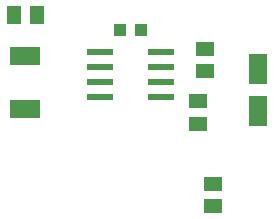
<source format=gbr>
G04 EAGLE Gerber X2 export*
%TF.Part,Single*%
%TF.FileFunction,Paste,Top*%
%TF.FilePolarity,Positive*%
%TF.GenerationSoftware,Autodesk,EAGLE,9.1.0*%
%TF.CreationDate,2018-08-15T13:35:39Z*%
G75*
%MOMM*%
%FSLAX34Y34*%
%LPD*%
%AMOC8*
5,1,8,0,0,1.08239X$1,22.5*%
G01*
%ADD10R,1.600000X2.600000*%
%ADD11R,1.050000X1.080000*%
%ADD12R,1.600000X1.300000*%
%ADD13R,2.200000X0.600000*%
%ADD14R,2.600000X1.500000*%
%ADD15R,1.300000X1.600000*%


D10*
X247650Y145000D03*
X247650Y109000D03*
D11*
X148450Y177800D03*
X130950Y177800D03*
D12*
X196850Y117950D03*
X196850Y97950D03*
D13*
X113700Y146050D03*
X165700Y146050D03*
X113700Y158750D03*
X113700Y133350D03*
X113700Y120650D03*
X165700Y158750D03*
X165700Y133350D03*
X165700Y120650D03*
D14*
X50800Y110750D03*
X50800Y155750D03*
D12*
X203200Y142900D03*
X203200Y161900D03*
D15*
X60300Y190500D03*
X41300Y190500D03*
D12*
X209550Y28600D03*
X209550Y47600D03*
M02*

</source>
